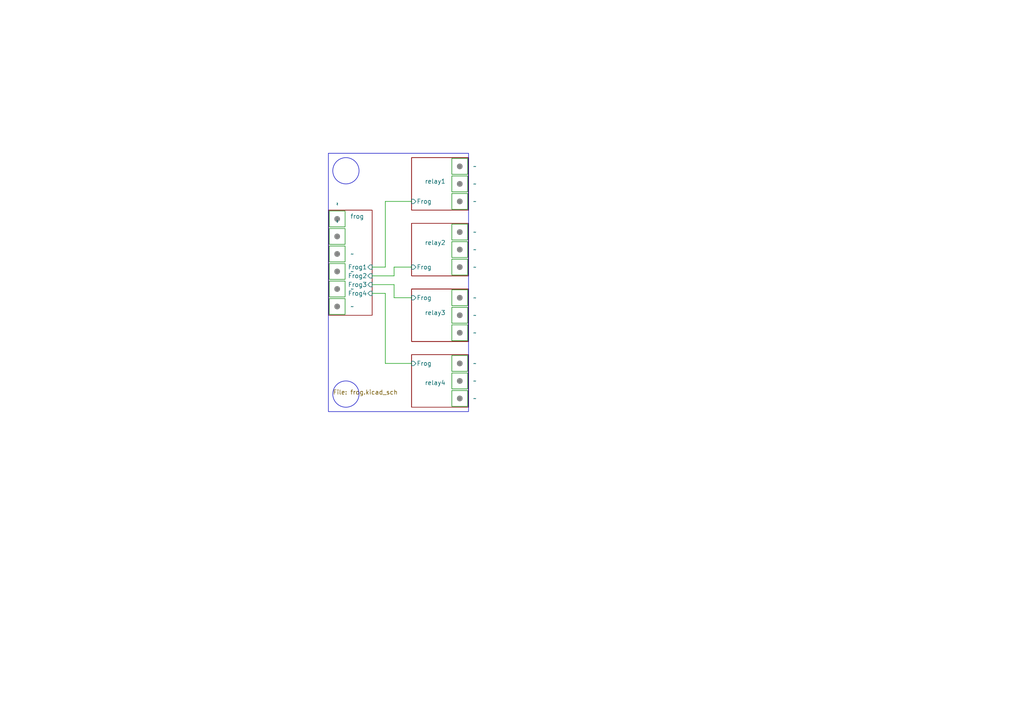
<source format=kicad_sch>
(kicad_sch (version 20231120) (generator "eeschema") (generator_version "8.0")
  (paper "A4")
  (lib_symbols
    (symbol "custom_kicad_lib_sk:screwterminal" (pin_numbers hide) (pin_names (offset 0) hide) (in_bom no) (on_board no)
      (symbol "screwterminal_1_1"
        (rectangle (start -2.3 2.3) (end 2.3 -2.3) (stroke (width 0) (color 0 132 0 1)))
        (circle (center 0 0) (radius 0.762) (stroke (width 0) (color 137 143 138 1)) (fill (type color) (color 132 132 132 1)))
      )
    )
  )
  (wire (pts (xy 114.3 77.47) (xy 119.38 77.47)))
  (wire (pts (xy 119.38 105.41) (xy 111.76 105.41)))
  (wire (pts (xy 111.76 105.41) (xy 111.76 85.09)))
  (wire (pts (xy 114.3 86.36) (xy 119.38 86.36)))
  (wire (pts (xy 114.3 80.01) (xy 114.3 77.47)))
  (wire (pts (xy 107.95 77.47) (xy 111.76 77.47)))
  (wire (pts (xy 107.95 82.55) (xy 114.3 82.55)))
  (wire (pts (xy 111.76 85.09) (xy 107.95 85.09)))
  (wire (pts (xy 111.76 58.42) (xy 119.38 58.42)))
  (wire (pts (xy 107.95 80.01) (xy 114.3 80.01)))
  (wire (pts (xy 111.76 77.47) (xy 111.76 58.42)))
  (wire (pts (xy 114.3 82.55) (xy 114.3 86.36)))
  (circle (center 100.33 114.3) (radius 3.81))
  (rectangle (start 95.25 44.45) (end 135.89 119.38))
  (circle (center 100.33 49.53) (radius 3.81))
  (symbol (lib_id "custom_kicad_lib_sk:screwterminal") (at 133.35 110.49 0) (unit 1) (in_bom no) (on_board no)
    (property "Reference" "u117" (effects (hide yes)))
    (property "Value" "~" (at 137.16 110.49 0) (effects (justify left)))
  )
  (symbol (lib_id "custom_kicad_lib_sk:screwterminal") (at 97.79 68.58 90) (unit 1) (in_bom no) (on_board no)
    (property "Reference" "u105" (effects (hide yes)))
    (property "Value" "~" (at 97.79 64.77 0) (effects (justify left)))
  )
  (symbol (lib_id "custom_kicad_lib_sk:screwterminal") (at 133.35 77.47 0) (unit 1) (in_bom no) (on_board no)
    (property "Reference" "u112" (effects (hide yes)))
    (property "Value" "~" (at 137.16 77.47 0) (effects (justify left)))
  )
  (symbol (lib_id "custom_kicad_lib_sk:screwterminal") (at 133.35 48.26 0) (unit 1) (in_bom no) (on_board no)
    (property "Reference" "u107" (effects (hide yes)))
    (property "Value" "~" (at 137.16 48.26 0) (effects (justify left)))
  )
  (symbol (lib_id "custom_kicad_lib_sk:screwterminal") (at 133.35 67.31 0) (unit 1) (in_bom no) (on_board no)
    (property "Reference" "u110" (effects (hide yes)))
    (property "Value" "~" (at 137.16 67.31 0) (effects (justify left)))
  )
  (symbol (lib_id "custom_kicad_lib_sk:screwterminal") (at 133.35 105.41 0) (unit 1) (in_bom no) (on_board no)
    (property "Reference" "u116" (effects (hide yes)))
    (property "Value" "~" (at 137.16 105.41 0) (effects (justify left)))
  )
  (symbol (lib_id "custom_kicad_lib_sk:screwterminal") (at 97.79 73.66 0) (unit 1) (in_bom no) (on_board no)
    (property "Reference" "u101" (effects (hide yes)))
    (property "Value" "~" (at 101.6 73.66 0) (effects (justify left)))
  )
  (symbol (lib_id "custom_kicad_lib_sk:screwterminal") (at 97.79 63.5 90) (unit 1) (in_bom no) (on_board no)
    (property "Reference" "u106" (effects (hide yes)))
    (property "Value" "~" (at 97.79 59.69 0) (effects (justify left)))
  )
  (symbol (lib_id "custom_kicad_lib_sk:screwterminal") (at 133.35 86.36 0) (unit 1) (in_bom no) (on_board no)
    (property "Reference" "u113" (effects (hide yes)))
    (property "Value" "~" (at 137.16 86.36 0) (effects (justify left)))
  )
  (symbol (lib_id "custom_kicad_lib_sk:screwterminal") (at 133.35 91.44 0) (unit 1) (in_bom no) (on_board no)
    (property "Reference" "u114" (effects (hide yes)))
    (property "Value" "~" (at 137.16 91.44 0) (effects (justify left)))
  )
  (symbol (lib_id "custom_kicad_lib_sk:screwterminal") (at 133.35 115.57 0) (unit 1) (in_bom no) (on_board no)
    (property "Reference" "u118" (effects (hide yes)))
    (property "Value" "~" (at 137.16 115.57 0) (effects (justify left)))
  )
  (symbol (lib_id "custom_kicad_lib_sk:screwterminal") (at 133.35 58.42 0) (unit 1) (in_bom no) (on_board no)
    (property "Reference" "u109" (effects (hide yes)))
    (property "Value" "~" (at 137.16 58.42 0) (effects (justify left)))
  )
  (symbol (lib_id "custom_kicad_lib_sk:screwterminal") (at 133.35 53.34 0) (unit 1) (in_bom no) (on_board no)
    (property "Reference" "u108" (effects (hide yes)))
    (property "Value" "~" (at 137.16 53.34 0) (effects (justify left)))
  )
  (symbol (lib_id "custom_kicad_lib_sk:screwterminal") (at 97.79 83.82 0) (unit 1) (in_bom no) (on_board no)
    (property "Reference" "u103" (effects (hide yes)))
    (property "Value" "~" (at 101.6 83.82 0) (effects (justify left)))
  )
  (symbol (lib_id "custom_kicad_lib_sk:screwterminal") (at 97.79 88.9 0) (unit 1) (in_bom no) (on_board no)
    (property "Reference" "u104" (effects (hide yes)))
    (property "Value" "~" (at 101.6 88.9 0) (effects (justify left)))
  )
  (symbol (lib_id "custom_kicad_lib_sk:screwterminal") (at 133.35 96.52 0) (unit 1) (in_bom no) (on_board no)
    (property "Reference" "u115" (effects (hide yes)))
    (property "Value" "~" (at 137.16 96.52 0) (effects (justify left)))
  )
  (symbol (lib_id "custom_kicad_lib_sk:screwterminal") (at 97.79 78.74 0) (unit 1) (in_bom no) (on_board no)
    (property "Reference" "u102" (effects (hide yes)))
    (property "Value" "~" (at 101.6 78.74 0) (effects (justify left)))
  )
  (symbol (lib_id "custom_kicad_lib_sk:screwterminal") (at 133.35 72.39 0) (unit 1) (in_bom no) (on_board no)
    (property "Reference" "u111" (effects (hide yes)))
    (property "Value" "~" (at 137.16 72.39 0) (effects (justify left)))
  )
  (sheet (at 119.38 45.72) (size 16.51 15.24) (stroke (width 0.1524))
    (property "Sheetname" "relay1" (at 123.19 53.34 0) (effects (justify left bottom)))
    (property "Sheetfile" "relay.kicad_sch" (effects (hide yes)))
    (pin "Frog" input (at 119.38 58.42 180))
  )
  (sheet (at 119.38 64.77) (size 16.51 15.24) (stroke (width 0.1524))
    (property "Sheetname" "relay2" (at 123.19 71.12 0) (effects (justify left bottom)))
    (property "Sheetfile" "relay.kicad_sch" (effects (hide yes)))
    (pin "Frog" input (at 119.38 77.47 180))
  )
  (sheet (at 95.25 60.96) (size 12.7 30.48) (stroke (width 0.1524))
    (property "Sheetname" "frog" (at 101.6 63.5 0) (effects (justify left bottom)))
    (property "Sheetfile" "frog.kicad_sch" (at 96.52 113.03 0) (effects (justify left top)))
    (pin "Frog1" input (at 107.95 77.47 0))
    (pin "Frog2" input (at 107.95 80.01 0))
    (pin "Frog3" input (at 107.95 82.55 0))
    (pin "Frog4" input (at 107.95 85.09 0))
  )
  (sheet (at 119.38 83.82) (size 16.51 15.24) (stroke (width 0.1524))
    (property "Sheetname" "relay3" (at 123.19 91.44 0) (effects (justify left bottom)))
    (property "Sheetfile" "relay.kicad_sch" (effects (hide yes)))
    (pin "Frog" input (at 119.38 86.36 180))
  )
  (sheet (at 119.38 102.87) (size 16.51 15.24) (stroke (width 0.1524))
    (property "Sheetname" "relay4" (at 123.19 111.76 0) (effects (justify left bottom)))
    (property "Sheetfile" "relay.kicad_sch" (effects (hide yes)))
    (pin "Frog" input (at 119.38 105.41 180))
  )
)
</source>
